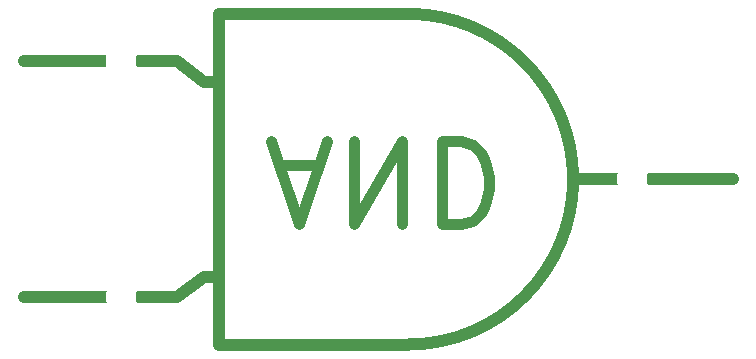
<source format=gbr>
%TF.GenerationSoftware,KiCad,Pcbnew,7.0.8*%
%TF.CreationDate,2024-03-12T17:39:57-04:00*%
%TF.ProjectId,ANDgate,414e4467-6174-4652-9e6b-696361645f70,rev?*%
%TF.SameCoordinates,Original*%
%TF.FileFunction,Legend,Bot*%
%TF.FilePolarity,Positive*%
%FSLAX46Y46*%
G04 Gerber Fmt 4.6, Leading zero omitted, Abs format (unit mm)*
G04 Created by KiCad (PCBNEW 7.0.8) date 2024-03-12 17:39:57*
%MOMM*%
%LPD*%
G01*
G04 APERTURE LIST*
%ADD10C,1.000000*%
%ADD11C,0.960000*%
%ADD12O,2.600000X2.100000*%
G04 APERTURE END LIST*
D10*
X131000000Y-115000000D02*
X127750000Y-115000000D01*
X133250000Y-96750000D02*
X134500000Y-96750000D01*
X150500000Y-119000000D02*
G75*
G03*
X150500000Y-91000000I0J14000000D01*
G01*
X133250000Y-96750000D02*
X131000000Y-95000000D01*
X127750000Y-95000000D02*
X131000000Y-95000000D01*
X168250000Y-105000000D02*
X164500000Y-105000000D01*
X118000000Y-115000000D02*
X125000000Y-115000000D01*
X134500000Y-119000000D02*
X150500000Y-119000000D01*
X131000000Y-115000000D02*
X133250000Y-113250000D01*
X134500000Y-91000000D02*
X150500000Y-91000000D01*
X134500000Y-91000000D02*
X134500000Y-119000000D01*
X133250000Y-113250000D02*
X134500000Y-113250000D01*
X124750000Y-95000000D02*
X118000000Y-95000000D01*
X178000000Y-105000000D02*
X171000000Y-105000000D01*
D11*
X139617290Y-103808109D02*
X142969671Y-103808109D01*
X138946814Y-101796680D02*
X141293480Y-108836680D01*
X141293480Y-108836680D02*
X143640147Y-101796680D01*
X145986814Y-101796680D02*
X145986814Y-108836680D01*
X145986814Y-108836680D02*
X150009671Y-101796680D01*
X150009671Y-101796680D02*
X150009671Y-108836680D01*
X153362052Y-101796680D02*
X153362052Y-108836680D01*
X153362052Y-108836680D02*
X155038242Y-108836680D01*
X155038242Y-108836680D02*
X156043957Y-108501442D01*
X156043957Y-108501442D02*
X156714433Y-107830966D01*
X156714433Y-107830966D02*
X157049671Y-107160490D01*
X157049671Y-107160490D02*
X157384909Y-105819538D01*
X157384909Y-105819538D02*
X157384909Y-104813823D01*
X157384909Y-104813823D02*
X157049671Y-103472871D01*
X157049671Y-103472871D02*
X156714433Y-102802395D01*
X156714433Y-102802395D02*
X156043957Y-102131919D01*
X156043957Y-102131919D02*
X155038242Y-101796680D01*
X155038242Y-101796680D02*
X153362052Y-101796680D01*
%LPC*%
D12*
%TO.C,D2*%
X126250000Y-115000000D03*
%TD*%
%TO.C,D3*%
X169500000Y-105000000D03*
%TD*%
%TO.C,D1*%
X126250000Y-95000000D03*
%TD*%
%LPD*%
M02*

</source>
